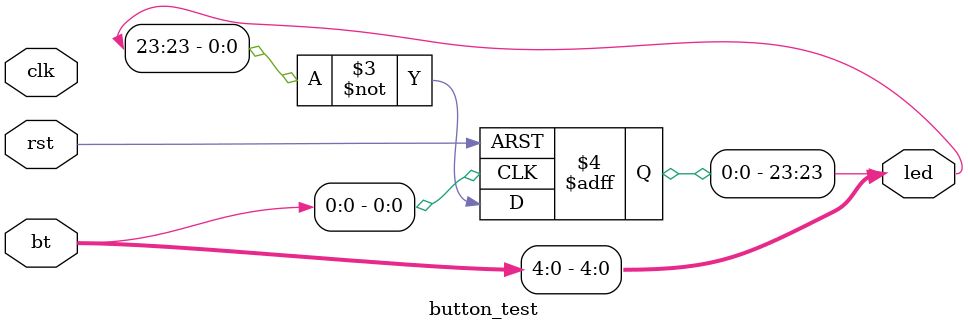
<source format=v>
module button_test(
	input clk,
	input rst,
	input[4:0] bt,
	output reg[23:0] led
);

always @(bt) begin
    led[4:0] = bt;
end

always @(posedge rst, posedge bt[0]) begin
    if(rst)
        led[23] = 24'b0;
    else
        led[23] = ~led[23];
end


endmodule
</source>
